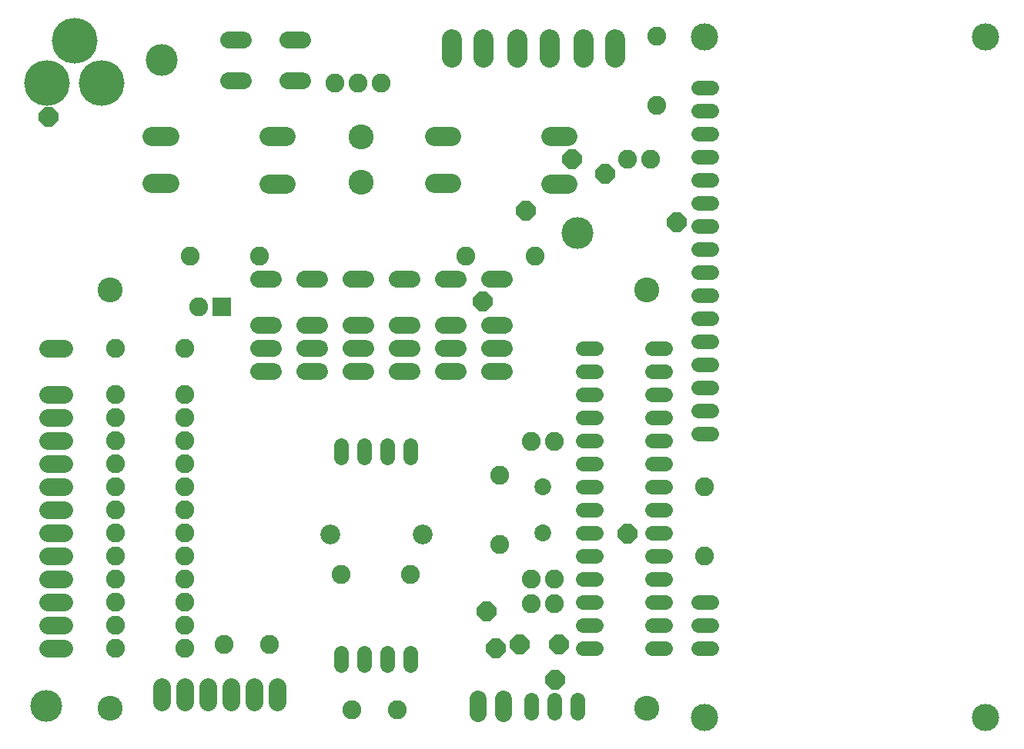
<source format=gts>
G75*
G70*
%OFA0B0*%
%FSLAX24Y24*%
%IPPOS*%
%LPD*%
%AMOC8*
5,1,8,0,0,1.08239X$1,22.5*
%
%ADD10C,0.0880*%
%ADD11C,0.0820*%
%ADD12C,0.0820*%
%ADD13C,0.0640*%
%ADD14C,0.0730*%
%ADD15C,0.0720*%
%ADD16C,0.0760*%
%ADD17C,0.0635*%
%ADD18C,0.1182*%
%ADD19C,0.1080*%
%ADD20C,0.1980*%
%ADD21R,0.0820X0.0820*%
%ADD22C,0.0860*%
%ADD23C,0.0780*%
%ADD24C,0.1380*%
%ADD25OC8,0.0840*%
D10*
X021056Y030759D02*
X021056Y031559D01*
X022434Y031559D02*
X022434Y030759D01*
X023906Y030759D02*
X023906Y031559D01*
X025284Y031559D02*
X025284Y030759D01*
X026756Y030759D02*
X026756Y031559D01*
X028134Y031559D02*
X028134Y030759D01*
D11*
X029931Y031702D03*
X029931Y028702D03*
X029663Y026370D03*
X028663Y026370D03*
X024643Y022159D03*
X021643Y022159D03*
X012718Y022159D03*
X009718Y022159D03*
X010092Y019970D03*
X009506Y018159D03*
X009506Y016159D03*
X009506Y015159D03*
X009506Y014159D03*
X009506Y013159D03*
X009506Y012159D03*
X009506Y011159D03*
X009506Y010159D03*
X009506Y009159D03*
X009506Y008159D03*
X009506Y007159D03*
X009506Y006159D03*
X009506Y005159D03*
X011193Y005344D03*
X013162Y005344D03*
X016738Y002512D03*
X018707Y002512D03*
X024487Y007109D03*
X025487Y007109D03*
X025506Y008158D03*
X024506Y008158D03*
X023112Y009659D03*
X019243Y008363D03*
X016243Y008363D03*
X023112Y012659D03*
X024506Y014131D03*
X025506Y014131D03*
X032006Y012159D03*
X032006Y009159D03*
X006506Y009159D03*
X006506Y008159D03*
X006506Y007159D03*
X006506Y006159D03*
X006506Y005159D03*
X006506Y010159D03*
X006506Y011159D03*
X006506Y012159D03*
X006506Y013159D03*
X006506Y014159D03*
X006506Y015159D03*
X006506Y016159D03*
X006506Y018159D03*
X016006Y029659D03*
X017006Y029659D03*
X018006Y029659D03*
D12*
X020280Y027364D02*
X021020Y027364D01*
X021020Y025348D02*
X020280Y025348D01*
X025332Y025308D02*
X026072Y025308D01*
X026072Y027364D02*
X025332Y027364D01*
X013866Y027364D02*
X013126Y027364D01*
X013126Y025308D02*
X013866Y025308D01*
X008814Y025348D02*
X008074Y025348D01*
X008074Y027364D02*
X008814Y027364D01*
D13*
X026726Y018159D02*
X027286Y018159D01*
X027286Y017159D02*
X026726Y017159D01*
X026726Y016159D02*
X027286Y016159D01*
X027286Y015159D02*
X026726Y015159D01*
X026726Y014159D02*
X027286Y014159D01*
X027286Y013159D02*
X026726Y013159D01*
X026726Y012159D02*
X027286Y012159D01*
X027286Y011159D02*
X026726Y011159D01*
X026726Y010159D02*
X027286Y010159D01*
X027286Y009159D02*
X026726Y009159D01*
X026726Y008159D02*
X027286Y008159D01*
X027286Y007159D02*
X026726Y007159D01*
X026726Y006159D02*
X027286Y006159D01*
X027286Y005159D02*
X026726Y005159D01*
X026506Y002939D02*
X026506Y002379D01*
X025506Y002379D02*
X025506Y002939D01*
X024506Y002939D02*
X024506Y002379D01*
X029726Y005159D02*
X030286Y005159D01*
X030286Y006159D02*
X029726Y006159D01*
X029726Y007159D02*
X030286Y007159D01*
X030286Y008159D02*
X029726Y008159D01*
X029726Y009159D02*
X030286Y009159D01*
X030286Y010159D02*
X029726Y010159D01*
X029726Y011159D02*
X030286Y011159D01*
X030286Y012159D02*
X029726Y012159D01*
X029726Y013159D02*
X030286Y013159D01*
X030286Y014159D02*
X029726Y014159D01*
X029726Y015159D02*
X030286Y015159D01*
X030286Y016159D02*
X029726Y016159D01*
X029726Y017159D02*
X030286Y017159D01*
X030286Y018159D02*
X029726Y018159D01*
X031726Y007159D02*
X032286Y007159D01*
X032286Y006159D02*
X031726Y006159D01*
X031726Y005159D02*
X032286Y005159D01*
D14*
X025006Y010159D03*
X025006Y012159D03*
D15*
X023326Y017159D02*
X022686Y017159D01*
X022686Y018159D02*
X023326Y018159D01*
X023326Y019159D02*
X022686Y019159D01*
X021326Y019159D02*
X020686Y019159D01*
X020686Y018159D02*
X021326Y018159D01*
X021326Y017159D02*
X020686Y017159D01*
X019326Y017159D02*
X018686Y017159D01*
X018686Y018159D02*
X019326Y018159D01*
X019326Y019159D02*
X018686Y019159D01*
X017326Y019159D02*
X016686Y019159D01*
X016686Y018159D02*
X017326Y018159D01*
X017326Y017159D02*
X016686Y017159D01*
X015326Y017159D02*
X014686Y017159D01*
X014686Y018159D02*
X015326Y018159D01*
X015326Y019159D02*
X014686Y019159D01*
X013326Y019159D02*
X012686Y019159D01*
X012686Y018159D02*
X013326Y018159D01*
X013326Y017159D02*
X012686Y017159D01*
X012686Y021159D02*
X013326Y021159D01*
X014686Y021159D02*
X015326Y021159D01*
X016686Y021159D02*
X017326Y021159D01*
X018686Y021159D02*
X019326Y021159D01*
X020686Y021159D02*
X021326Y021159D01*
X022686Y021159D02*
X023326Y021159D01*
X014589Y029760D02*
X013949Y029760D01*
X012029Y029760D02*
X011389Y029760D01*
X011389Y031540D02*
X012029Y031540D01*
X013949Y031540D02*
X014589Y031540D01*
X022206Y002979D02*
X022206Y002339D01*
X023306Y002339D02*
X023306Y002979D01*
D16*
X013506Y002819D02*
X013506Y003499D01*
X012506Y003499D02*
X012506Y002819D01*
X011506Y002819D02*
X011506Y003499D01*
X010506Y003499D02*
X010506Y002819D01*
X009506Y002819D02*
X009506Y003499D01*
X008506Y003499D02*
X008506Y002819D01*
X004253Y005159D02*
X003573Y005159D01*
X003573Y006159D02*
X004253Y006159D01*
X004253Y007159D02*
X003573Y007159D01*
X003573Y008159D02*
X004253Y008159D01*
X004253Y009159D02*
X003573Y009159D01*
X003573Y010159D02*
X004253Y010159D01*
X004253Y011159D02*
X003573Y011159D01*
X003573Y012159D02*
X004253Y012159D01*
X004253Y013159D02*
X003573Y013159D01*
X003573Y014159D02*
X004253Y014159D01*
X004253Y015159D02*
X003573Y015159D01*
X003573Y016159D02*
X004253Y016159D01*
X004253Y018159D02*
X003573Y018159D01*
D17*
X016256Y013974D02*
X016256Y013419D01*
X017256Y013419D02*
X017256Y013974D01*
X018256Y013974D02*
X018256Y013419D01*
X019256Y013419D02*
X019256Y013974D01*
X019256Y004974D02*
X019256Y004419D01*
X018256Y004419D02*
X018256Y004974D01*
X017256Y004974D02*
X017256Y004419D01*
X016256Y004419D02*
X016256Y004974D01*
X031728Y014470D02*
X032283Y014470D01*
X032283Y015470D02*
X031728Y015470D01*
X031728Y016470D02*
X032283Y016470D01*
X032283Y017470D02*
X031728Y017470D01*
X031728Y018470D02*
X032283Y018470D01*
X032283Y019470D02*
X031728Y019470D01*
X031728Y020470D02*
X032283Y020470D01*
X032283Y021470D02*
X031728Y021470D01*
X031728Y022470D02*
X032283Y022470D01*
X032283Y023470D02*
X031728Y023470D01*
X031728Y024470D02*
X032283Y024470D01*
X032283Y025470D02*
X031728Y025470D01*
X031728Y026470D02*
X032283Y026470D01*
X032283Y027470D02*
X031728Y027470D01*
X031728Y028470D02*
X032283Y028470D01*
X032283Y029470D02*
X031728Y029470D01*
D18*
X031998Y031659D03*
X044171Y031659D03*
X044171Y002163D03*
X031998Y002163D03*
D19*
X029506Y002559D03*
X006256Y002559D03*
X006256Y020709D03*
X017141Y025372D03*
X017141Y027340D03*
X029506Y020709D03*
D20*
X005899Y029659D03*
X003537Y029659D03*
X004718Y031509D03*
D21*
X011092Y019970D03*
D22*
X015778Y010109D03*
X019778Y010109D03*
D23*
X029488Y002553D03*
X006266Y002553D03*
X006266Y020687D03*
X029488Y020687D03*
D24*
X003506Y002659D03*
X026506Y023159D03*
X008506Y030659D03*
D25*
X003606Y028199D03*
X022406Y020199D03*
X024246Y024119D03*
X026246Y026359D03*
X027686Y025719D03*
X030806Y023639D03*
X028646Y010119D03*
X022566Y006759D03*
X022966Y005159D03*
X024006Y005319D03*
X025686Y005319D03*
X025526Y003799D03*
M02*

</source>
